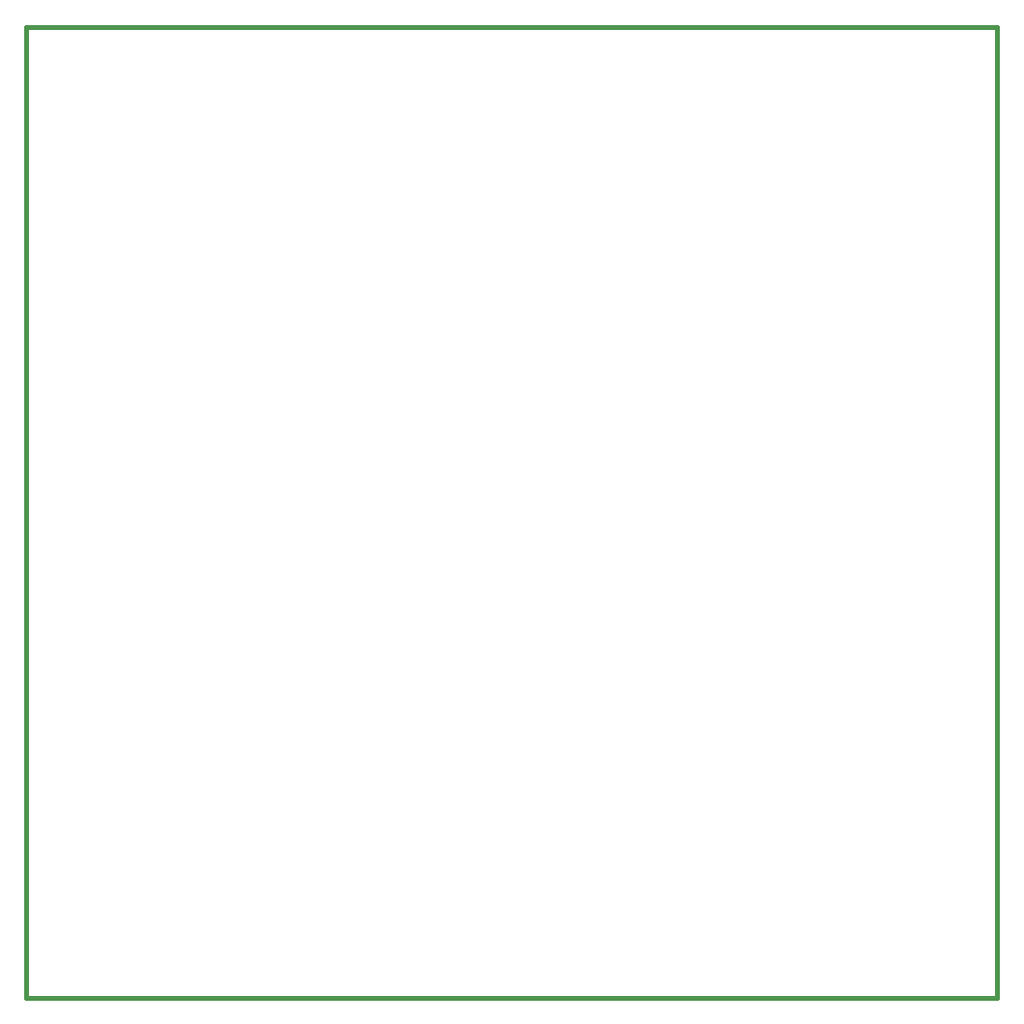
<source format=gko>
G04 Layer_Color=16711935*
%FSLAX25Y25*%
%MOIN*%
G70*
G01*
G75*
%ADD76C,0.01500*%
D76*
X0Y334646D02*
X334646D01*
X0Y0D02*
Y334646D01*
Y0D02*
X334646D01*
Y334646D01*
M02*

</source>
